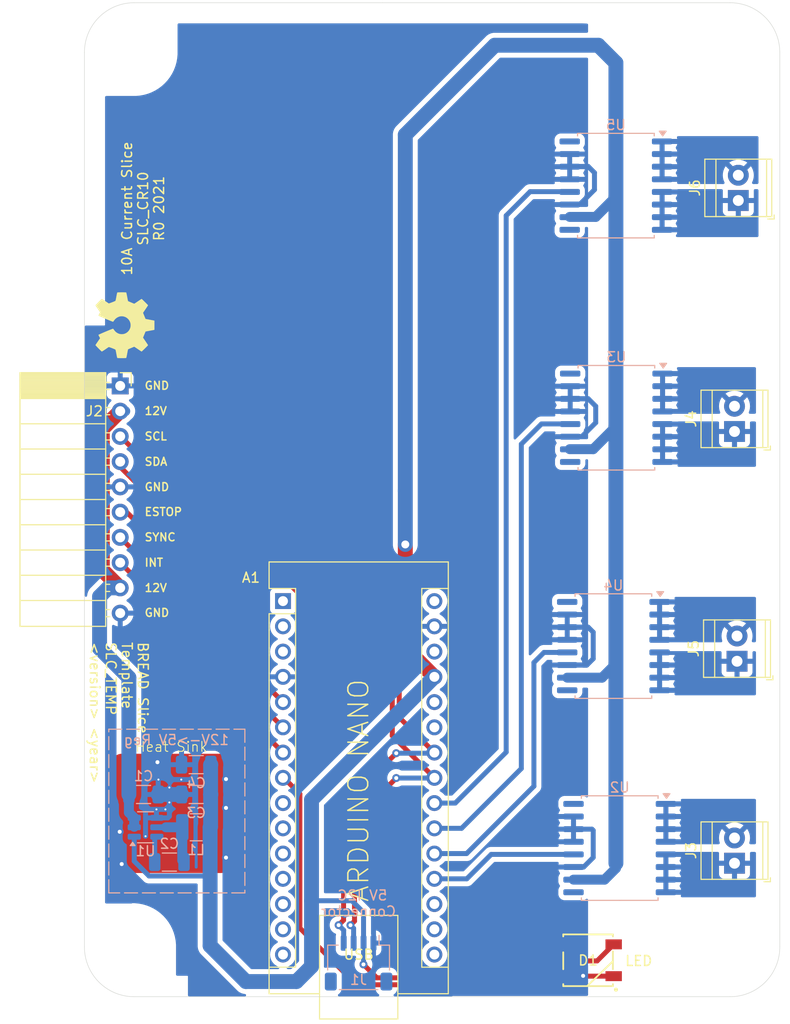
<source format=kicad_pcb>
(kicad_pcb (version 20240108) (generator "pcbnew") (generator_version "8.0")
  (layers (0 "F.Cu" signal) (31 "B.Cu" signal) (34 "B.Paste" user) (35 "F.Paste" user) (36 "B.SilkS" user "B.Silkscreen") (37 "F.SilkS" user "F.Silkscreen") (38 "B.Mask" user) (39 "F.Mask" user) (44 "Edge.Cuts" user))
  (net 0 "")
  (net 3 "GND")
  (net 5 "+5V")
  (net 6 "/LED")
  (net 7 "/I2C_CLK")
  (net 9 "/I2C_DAT")
  (net 11 "/SYNC")
  (net 13 "/E_STOP")
  (net 15 "/CURR1")
  (net 16 "/CURR2")
  (net 20 "+12V")
  (net 21 "/INT")
  (net 26 "unconnected-(A1-D12-Pad15)")
  (net 28 "/CURR3")
  (net 29 "/CURR4")
  (net 30 "Net-(U1-SW)")
  (net 31 "Net-(U1-BST)")
  (net 32 "unconnected-(A1-VIN-Pad30)")
  (net 34 "Net-(J3-Pin_2)")
  (net 35 "Net-(J3-Pin_1)")
  (net 36 "Net-(J4-Pin_1)")
  (net 37 "Net-(J4-Pin_2)")
  (net 38 "Net-(J5-Pin_2)")
  (net 39 "Net-(J5-Pin_1)")
  (net 40 "Net-(J6-Pin_1)")
  (net 41 "Net-(J6-Pin_2)")
  (footprint "MountingHole:MountingHole_5mm" (layer "F.Cu") (at 127.6 44.8)
    (property "Reference" "H1" (hide yes))
    (property "Value" "MountingHole")
    (pad "" np_thru_hole circle (at 0 0) (size 5 5) (drill 5) (layers "*.Cu" "*.Mask"))
  )
  (footprint "MountingHole:MountingHole_5mm" (layer "F.Cu") (at 187.6 44.8)
    (property "Reference" "H3" (hide yes))
    (property "Value" "MountingHole")
    (pad "" np_thru_hole circle (at 0 0) (size 5 5) (drill 5) (layers "*.Cu" "*.Mask"))
  )
  (footprint "MountingHole:MountingHole_5mm" (layer "F.Cu") (at 127.6 134.8)
    (property "Reference" "H2" (hide yes))
    (property "Value" "MountingHole")
    (pad "" np_thru_hole circle (at 0 0) (size 5 5) (drill 5) (layers "*.Cu" "*.Mask"))
  )
  (footprint "MountingHole:MountingHole_5mm" (layer "F.Cu") (at 187.6 134.8)
    (property "Reference" "H4" (hide yes))
    (property "Value" "MountingHole")
    (pad "" np_thru_hole circle (at 0 0) (size 5 5) (drill 5) (layers "*.Cu" "*.Mask"))
  )
  (footprint "Module:Arduino_Nano" (layer "F.Cu") (at 142.588 100)
    (property "Reference" "A1" (at -3.224 -2.364 0) (layer "F.SilkS"))
    (property "Value" "Arduino_Nano_v3.x")
    (fp_text user "USB" (at 7.62 35.56 0) (layer "F.SilkS"))
    (pad "1" thru_hole rect (at 0 0) (size 1.6 1.6) (drill 1) (layers "*.Cu" "*.Mask"))
    (pad "2" thru_hole oval (at 0 2.54) (size 1.6 1.6) (drill 1) (layers "*.Cu" "*.Mask"))
    (pad "3" thru_hole oval (at 0 5.08) (size 1.6 1.6) (drill 1) (layers "*.Cu" "*.Mask"))
    (pad "4" thru_hole oval (at 0 7.62) (size 1.6 1.6) (drill 1) (layers "*.Cu" "*.Mask") (net 3 "GND"))
    (pad "5" thru_hole oval (at 0 10.16) (size 1.6 1.6) (drill 1) (layers "*.Cu" "*.Mask") (net 13 "/E_STOP"))
    (pad "6" thru_hole oval (at 0 12.7) (size 1.6 1.6) (drill 1) (layers "*.Cu" "*.Mask") (net 21 "/INT"))
    (pad "7" thru_hole oval (at 0 15.24) (size 1.6 1.6) (drill 1) (layers "*.Cu" "*.Mask") (net 11 "/SYNC"))
    (pad "8" thru_hole oval (at 0 17.78) (size 1.6 1.6) (drill 1) (layers "*.Cu" "*.Mask") (net 6 "/LED"))
    (pad "9" thru_hole oval (at 0 20.32) (size 1.6 1.6) (drill 1) (layers "*.Cu" "*.Mask"))
    (pad "10" thru_hole oval (at 0 22.86) (size 1.6 1.6) (drill 1) (layers "*.Cu" "*.Mask"))
    (pad "11" thru_hole oval (at 0 25.4) (size 1.6 1.6) (drill 1) (layers "*.Cu" "*.Mask"))
    (pad "12" thru_hole oval (at 0 27.94) (size 1.6 1.6) (drill 1) (layers "*.Cu" "*.Mask"))
    (pad "13" thru_hole oval (at 0 30.48) (size 1.6 1.6) (drill 1) (layers "*.Cu" "*.Mask"))
    (pad "14" thru_hole oval (at 0 33.02) (size 1.6 1.6) (drill 1) (layers "*.Cu" "*.Mask"))
    (pad "15" thru_hole oval (at 0 35.56) (size 1.6 1.6) (drill 1) (layers "*.Cu" "*.Mask") (net 26 "unconnected-(A1-D12-Pad15)"))
    (pad "16" thru_hole oval (at 15.24 35.56) (size 1.6 1.6) (drill 1) (layers "*.Cu" "*.Mask"))
    (pad "17" thru_hole oval (at 15.24 33.02) (size 1.6 1.6) (drill 1) (layers "*.Cu" "*.Mask"))
    (pad "18" thru_hole oval (at 15.24 30.48) (size 1.6 1.6) (drill 1) (layers "*.Cu" "*.Mask"))
    (pad "19" thru_hole oval (at 15.24 27.94) (size 1.6 1.6) (drill 1) (layers "*.Cu" "*.Mask") (net 15 "/CURR1"))
    (pad "20" thru_hole oval (at 15.24 25.4) (size 1.6 1.6) (drill 1) (layers "*.Cu" "*.Mask") (net 16 "/CURR2"))
    (pad "21" thru_hole oval (at 15.24 22.86) (size 1.6 1.6) (drill 1) (layers "*.Cu" "*.Mask") (net 28 "/CURR3"))
    (pad "22" thru_hole oval (at 15.24 20.32) (size 1.6 1.6) (drill 1) (layers "*.Cu" "*.Mask") (net 29 "/CURR4"))
    (pad "23" thru_hole oval (at 15.24 17.78) (size 1.6 1.6) (drill 1) (layers "*.Cu" "*.Mask") (net 9 "/I2C_DAT"))
    (pad "24" thru_hole oval (at 15.24 15.24) (size 1.6 1.6) (drill 1) (layers "*.Cu" "*.Mask") (net 7 "/I2C_CLK"))
    (pad "25" thru_hole oval (at 15.24 12.7) (size 1.6 1.6) (drill 1) (layers "*.Cu" "*.Mask"))
    (pad "26" thru_hole oval (at 15.24 10.16) (size 1.6 1.6) (drill 1) (layers "*.Cu" "*.Mask"))
    (pad "27" thru_hole oval (at 15.24 7.62) (size 1.6 1.6) (drill 1) (layers "*.Cu" "*.Mask") (net 5 "+5V"))
    (pad "28" thru_hole oval (at 15.24 5.08) (size 1.6 1.6) (drill 1) (layers "*.Cu" "*.Mask"))
    (pad "29" thru_hole oval (at 15.24 2.54) (size 1.6 1.6) (drill 1) (layers "*.Cu" "*.Mask") (net 3 "GND"))
    (pad "30" thru_hole oval (at 15.24 0) (size 1.6 1.6) (drill 1) (layers "*.Cu" "*.Mask") (net 32 "unconnected-(A1-VIN-Pad30)"))
  )
  (footprint "Connector_PinSocket_2.54mm:PinSocket_1x10_P2.54mm_Horizontal" (layer "F.Cu") (at 126.2 78.35)
    (property "Reference" "J2" (at -2.6 2.55 0) (layer "F.SilkS"))
    (property "Value" "Conn_01x10_Female")
    (pad "1" thru_hole rect (at 0 0) (size 1.7 1.7) (drill 1) (layers "*.Cu" "*.Mask") (net 3 "GND"))
    (pad "2" thru_hole oval (at 0 2.54) (size 1.7 1.7) (drill 1) (layers "*.Cu" "*.Mask") (net 20 "+12V"))
    (pad "3" thru_hole oval (at 0 5.08) (size 1.7 1.7) (drill 1) (layers "*.Cu" "*.Mask") (net 7 "/I2C_CLK"))
    (pad "4" thru_hole oval (at 0 7.62) (size 1.7 1.7) (drill 1) (layers "*.Cu" "*.Mask") (net 9 "/I2C_DAT"))
    (pad "5" thru_hole oval (at 0 10.16) (size 1.7 1.7) (drill 1) (layers "*.Cu" "*.Mask") (net 3 "GND"))
    (pad "6" thru_hole oval (at 0 12.7) (size 1.7 1.7) (drill 1) (layers "*.Cu" "*.Mask") (net 13 "/E_STOP"))
    (pad "7" thru_hole oval (at 0 15.24) (size 1.7 1.7) (drill 1) (layers "*.Cu" "*.Mask") (net 21 "/INT"))
    (pad "8" thru_hole oval (at 0 17.78) (size 1.7 1.7) (drill 1) (layers "*.Cu" "*.Mask") (net 11 "/SYNC"))
    (pad "9" thru_hole oval (at 0 20.32) (size 1.7 1.7) (drill 1) (layers "*.Cu" "*.Mask") (net 20 "+12V"))
    (pad "10" thru_hole oval (at 0 22.86) (size 1.7 1.7) (drill 1) (layers "*.Cu" "*.Mask") (net 3 "GND"))
  )
  (footprint "Symbol:OSHW-Symbol_6.7x6mm_SilkScreen" (layer "F.Cu") (at 126.664 72.236 -90)
    (property "Reference" "Logo1" (hide yes))
    (property "Value" "Logo_Open_Hardware_Small" (hide yes))
  )
  (footprint "KML-Custom:Thermal Pad" (layer "F.Cu") (at 131.35 121.355)
    (property "Reference" "HS1")
    (property "Value" "Heatsink_Pad")
    (fp_text user "Heat Sink" (at 0 -6.7 0) (layer "F.SilkS") (effects (font (thickness 0.1))))
    (pad "1" smd roundrect (at 0 0) (size 12 12) (layers "F.Cu" "F.Paste" "F.Mask") (roundrect_rratio 0.08333333333) (net 3 "GND"))
  )
  (footprint "TerminalBlock_TE-Connectivity:TerminalBlock_TE_282834-2_1x02_P2.54mm_Horizontal" (layer "F.Cu") (at 188.041 82.937 90)
    (property "Reference" "J4" (at 1.27 -4.37 270) (layer "F.SilkS"))
    (property "Value" "Screw_Terminal_01x02")
    (pad "1" thru_hole rect (at 0 0 90) (size 2.1 2.1) (drill 1.1) (layers "*.Cu" "*.Mask") (net 36 "Net-(J4-Pin_1)"))
    (pad "2" thru_hole circle (at 2.54 0 90) (size 2.1 2.1) (drill 1.1) (layers "*.Cu" "*.Mask") (net 37 "Net-(J4-Pin_2)"))
  )
  (footprint "TerminalBlock_TE-Connectivity:TerminalBlock_TE_282834-2_1x02_P2.54mm_Horizontal" (layer "F.Cu") (at 188.295 106.051 90)
    (property "Reference" "J5" (at 1.27 -4.37 270) (layer "F.SilkS"))
    (property "Value" "Screw_Terminal_01x02")
    (pad "1" thru_hole rect (at 0 0 90) (size 2.1 2.1) (drill 1.1) (layers "*.Cu" "*.Mask") (net 39 "Net-(J5-Pin_1)"))
    (pad "2" thru_hole circle (at 2.54 0 90) (size 2.1 2.1) (drill 1.1) (layers "*.Cu" "*.Mask") (net 38 "Net-(J5-Pin_2)"))
  )
  (footprint "SparkFun-LED:WS2812-5050-4PIN" (layer "F.Cu") (at 173.3 136.132769)
    (property "Reference" "D1" (at 0 0.6 0) (layer "F.SilkS") (effects (justify bottom)))
    (property "Value" "WS2812B_5050")
    (pad "1" smd rect (at -2.577 -1.6) (size 1.651 1) (layers "F.Cu" "F.Paste" "F.Mask") (net 5 "+5V"))
    (pad "2" smd rect (at -2.577 1.6) (size 1.651 1) (layers "F.Cu" "F.Paste" "F.Mask"))
    (pad "3" smd rect (at 2.577 1.6) (size 1.651 1) (layers "F.Cu" "F.Paste" "F.Mask") (net 3 "GND"))
    (pad "4" smd rect (at 2.577 -1.6) (size 1.651 1) (layers "F.Cu" "F.Paste" "F.Mask") (net 6 "/LED"))
  )
  (footprint "TerminalBlock_TE-Connectivity:TerminalBlock_TE_282834-2_1x02_P2.54mm_Horizontal" (layer "F.Cu") (at 188.422 59.696 90)
    (property "Reference" "J6" (at 1.27 -4.37 270) (layer "F.SilkS"))
    (property "Value" "Screw_Terminal_01x02")
    (pad "1" thru_hole rect (at 0 0 90) (size 2.1 2.1) (drill 1.1) (layers "*.Cu" "*.Mask") (net 40 "Net-(J6-Pin_1)"))
    (pad "2" thru_hole circle (at 2.54 0 90) (size 2.1 2.1) (drill 1.1) (layers "*.Cu" "*.Mask") (net 41 "Net-(J6-Pin_2)"))
  )
  (footprint "TerminalBlock_TE-Connectivity:TerminalBlock_TE_282834-2_1x02_P2.54mm_Horizontal" (layer "F.Cu") (at 188.041 126.371 90)
    (property "Reference" "J3" (at 1.27 -4.37 270) (layer "F.SilkS"))
    (property "Value" "Screw_Terminal_01x02")
    (pad "1" thru_hole rect (at 0 0 90) (size 2.1 2.1) (drill 1.1) (layers "*.Cu" "*.Mask") (net 35 "Net-(J3-Pin_1)"))
    (pad "2" thru_hole circle (at 2.54 0 90) (size 2.1 2.1) (drill 1.1) (layers "*.Cu" "*.Mask") (net 34 "Net-(J3-Pin_2)"))
  )
  (footprint "Connector_JST:JST_SH_SM04B-SRSS-TB_1x04-1MP_P1.00mm_Horizontal" (layer "B.Cu") (at 150.198 136.4 180)
    (property "Reference" "J1" (at 0.01 -1.7 0) (layer "B.SilkS") (effects (justify mirror)))
    (property "Value" "I2C_01x04")
    (pad "1" smd roundrect (at -1.5 2 180) (size 0.6 1.55) (layers "B.Cu" "B.Paste" "B.Mask") (net 3 "GND"))
    (pad "2" smd roundrect (at -0.5 2 180) (size 0.6 1.55) (layers "B.Cu" "B.Paste" "B.Mask") (net 5 "+5V"))
    (pad "3" smd roundrect (at 0.5 2 180) (size 0.6 1.55) (layers "B.Cu" "B.Paste" "B.Mask") (net 9 "/I2C_DAT"))
    (pad "4" smd roundrect (at 1.5 2 180) (size 0.6 1.55) (layers "B.Cu" "B.Paste" "B.Mask") (net 7 "/I2C_CLK"))
    (pad "MP" smd roundrect (at -2.8 -1.875 180) (size 1.2 1.8) (layers "B.Cu" "B.Paste" "B.Mask") (roundrect_rratio 0.2083333333))
    (pad "MP" smd roundrect (at 2.8 -1.875 180) (size 1.2 1.8) (layers "B.Cu" "B.Paste" "B.Mask") (roundrect_rratio 0.2083333333))
  )
  (footprint "Package_SO:SOIC-16W_7.5x10.3mm_P1.27mm" (layer "B.Cu") (at 175.849 104.527 180)
    (property "Reference" "U4" (at 0 6.1 180) (layer "B.SilkS") (effects (justify mirror)))
    (property "Value" "ACS723xMATR-10AB")
    (pad "1" smd roundrect (at -4.65 4.445 180) (size 2.05 0.6) (layers "B.Cu" "B.Paste" "B.Mask") (net 38 "Net-(J5-Pin_2)"))
    (pad "2" smd roundrect (at -4.65 3.175 180) (size 2.05 0.6) (layers "B.Cu" "B.Paste" "B.Mask") (net 38 "Net-(J5-Pin_2)"))
    (pad "3" smd roundrect (at -4.65 1.905 180) (size 2.05 0.6) (layers "B.Cu" "B.Paste" "B.Mask") (net 38 "Net-(J5-Pin_2)"))
    (pad "4" smd roundrect (at -4.65 0.635 180) (size 2.05 0.6) (layers "B.Cu" "B.Paste" "B.Mask") (net 38 "Net-(J5-Pin_2)"))
    (pad "5" smd roundrect (at -4.65 -0.635 180) (size 2.05 0.6) (layers "B.Cu" "B.Paste" "B.Mask") (net 39 "Net-(J5-Pin_1)"))
    (pad "6" smd roundrect (at -4.65 -1.905 180) (size 2.05 0.6) (layers "B.Cu" "B.Paste" "B.Mask") (net 39 "Net-(J5-Pin_1)"))
    (pad "7" smd roundrect (at -4.65 -3.175 180) (size 2.05 0.6) (layers "B.Cu" "B.Paste" "B.Mask") (net 39 "Net-(J5-Pin_1)"))
    (pad "8" smd roundrect (at -4.65 -4.445 180) (size 2.05 0.6) (layers "B.Cu" "B.Paste" "B.Mask") (net 39 "Net-(J5-Pin_1)"))
    (pad "9" smd roundrect (at 4.65 -4.445 180) (size 2.05 0.6) (layers "B.Cu" "B.Paste" "B.Mask"))
    (pad "10" smd roundrect (at 4.65 -3.175 180) (size 2.05 0.6) (layers "B.Cu" "B.Paste" "B.Mask") (net 5 "+5V"))
    (pad "11" smd roundrect (at 4.65 -1.905 180) (size 2.05 0.6) (layers "B.Cu" "B.Paste" "B.Mask") (net 3 "GND"))
    (pad "12" smd roundrect (at 4.65 -0.635 180) (size 2.05 0.6) (layers "B.Cu" "B.Paste" "B.Mask") (net 16 "/CURR2"))
    (pad "13" smd roundrect (at 4.65 0.635 180) (size 2.05 0.6) (layers "B.Cu" "B.Paste" "B.Mask") (net 3 "GND"))
    (pad "14" smd roundrect (at 4.65 1.905 180) (size 2.05 0.6) (layers "B.Cu" "B.Paste" "B.Mask") (net 3 "GND"))
    (pad "15" smd roundrect (at 4.65 3.175 180) (size 2.05 0.6) (layers "B.Cu" "B.Paste" "B.Mask") (net 3 "GND"))
    (pad "16" smd roundrect (at 4.65 4.445 180) (size 2.05 0.6) (layers "B.Cu" "B.Paste" "B.Mask"))
  )
  (footprint "Capacitor_SMD:C_1206_3216Metric" (layer "B.Cu") (at 128.55 119.455 180)
    (property "Reference" "C1" (at 0 1.85 180) (layer "B.SilkS") (effects (justify mirror)))
    (property "Value" "22uF")
    (pad "1" smd roundrect (at -1.475 0 180) (size 1.15 1.8) (layers "B.Cu" "B.Paste" "B.Mask") (roundrect_rratio 0.217391) (net 3 "GND"))
    (pad "2" smd roundrect (at 1.475 0 180) (size 1.15 1.8) (layers "B.Cu" "B.Paste" "B.Mask") (roundrect_rratio 0.217391) (net 20 "+12V"))
  )
  (footprint "Package_SO:SOIC-16W_7.5x10.3mm_P1.27mm" (layer "B.Cu") (at 176.1 58.2 180)
    (property "Reference" "U5" (at 0 6.1 180) (layer "B.SilkS") (effects (justify mirror)))
    (property "Value" "ACS723xMATR-10AB")
    (pad "1" smd roundrect (at -4.65 4.445 180) (size 2.05 0.6) (layers "B.Cu" "B.Paste" "B.Mask") (net 41 "Net-(J6-Pin_2)"))
    (pad "2" smd roundrect (at -4.65 3.175 180) (size 2.05 0.6) (layers "B.Cu" "B.Paste" "B.Mask") (net 41 "Net-(J6-Pin_2)"))
    (pad "3" smd roundrect (at -4.65 1.905 180) (size 2.05 0.6) (layers "B.Cu" "B.Paste" "B.Mask") (net 41 "Net-(J6-Pin_2)"))
    (pad "4" smd roundrect (at -4.65 0.635 180) (size 2.05 0.6) (layers "B.Cu" "B.Paste" "B.Mask") (net 41 "Net-(J6-Pin_2)"))
    (pad "5" smd roundrect (at -4.65 -0.635 180) (size 2.05 0.6) (layers "B.Cu" "B.Paste" "B.Mask") (net 40 "Net-(J6-Pin_1)"))
    (pad "6" smd roundrect (at -4.65 -1.905 180) (size 2.05 0.6) (layers "B.Cu" "B.Paste" "B.Mask") (net 40 "Net-(J6-Pin_1)"))
    (pad "7" smd roundrect (at -4.65 -3.175 180) (size 2.05 0.6) (layers "B.Cu" "B.Paste" "B.Mask") (net 40 "Net-(J6-Pin_1)"))
    (pad "8" smd roundrect (at -4.65 -4.445 180) (size 2.05 0.6) (layers "B.Cu" "B.Paste" "B.Mask") (net 40 "Net-(J6-Pin_1)"))
    (pad "9" smd roundrect (at 4.65 -4.445 180) (size 2.05 0.6) (layers "B.Cu" "B.Paste" "B.Mask"))
    (pad "10" smd roundrect (at 4.65 -3.175 180) (size 2.05 0.6) (layers "B.Cu" "B.Paste" "B.Mask") (net 5 "+5V"))
    (pad "11" smd roundrect (at 4.65 -1.905 180) (size 2.05 0.6) (layers "B.Cu" "B.Paste" "B.Mask") (net 3 "GND"))
    (pad "12" smd roundrect (at 4.65 -0.635 180) (size 2.05 0.6) (layers "B.Cu" "B.Paste" "B.Mask") (net 29 "/CURR4"))
    (pad "13" smd roundrect (at 4.65 0.635 180) (size 2.05 0.6) (layers "B.Cu" "B.Paste" "B.Mask") (net 3 "GND"))
    (pad "14" smd roundrect (at 4.65 1.905 180) (size 2.05 0.6) (layers "B.Cu" "B.Paste" "B.Mask") (net 3 "GND"))
    (pad "15" smd roundrect (at 4.65 3.175 180) (size 2.05 0.6) (layers "B.Cu" "B.Paste" "B.Mask") (net 3 "GND"))
    (pad "16" smd roundrect (at 4.65 4.445 180) (size 2.05 0.6) (layers "B.Cu" "B.Paste" "B.Mask"))
  )
  (footprint "Package_TO_SOT_SMD:TSOT-23-6" (layer "B.Cu") (at 128.75 122.755)
    (property "Reference" "U1" (at 0 2.4 0) (layer "B.SilkS") (effects (justify mirror)))
    (property "Value" "~")
    (pad "1" smd roundrect (at -1.1375 0.95) (size 1.325 0.6) (layers "B.Cu" "B.Paste" "B.Mask") (net 5 "+5V"))
    (pad "2" smd roundrect (at -1.1375 0) (size 1.325 0.6) (layers "B.Cu" "B.Paste" "B.Mask") (net 20 "+12V"))
    (pad "3" smd roundrect (at -1.1375 -0.95) (size 1.325 0.6) (layers "B.Cu" "B.Paste" "B.Mask") (net 20 "+12V"))
    (pad "4" smd roundrect (at 1.1375 -0.95) (size 1.325 0.6) (layers "B.Cu" "B.Paste" "B.Mask") (net 3 "GND"))
    (pad "5" smd roundrect (at 1.1375 0) (size 1.325 0.6) (layers "B.Cu" "B.Paste" "B.Mask") (net 30 "Net-(U1-SW)"))
    (pad "6" smd roundrect (at 1.1375 0.95) (size 1.325 0.6) (layers "B.Cu" "B.Paste" "B.Mask") (net 31 "Net-(U1-BST)"))
  )
  (footprint "Capacitor_SMD:C_1206_3216Metric" (layer "B.Cu") (at 131.15 126.255 180)
    (property "Reference" "C2" (at 0 1.85 180) (layer "B.SilkS") (effects (justify mirror)))
    (property "Value" "100nF")
    (pad "1" smd roundrect (at -1.475 0 180) (size 1.15 1.8) (layers "B.Cu" "B.Paste" "B.Mask") (roundrect_rratio 0.217391) (net 30 "Net-(U1-SW)"))
    (pad "2" smd roundrect (at 1.475 0 180) (size 1.15 1.8) (layers "B.Cu" "B.Paste" "B.Mask") (roundrect_rratio 0.217391) (net 31 "Net-(U1-BST)"))
  )
  (footprint "Capacitor_SMD:C_1206_3216Metric" (layer "B.Cu") (at 133.85 119.455)
    (property "Reference" "C3" (at 0 1.85 0) (layer "B.SilkS") (effects (justify mirror)))
    (property "Value" "22uF")
    (pad "1" smd roundrect (at -1.475 0) (size 1.15 1.8) (layers "B.Cu" "B.Paste" "B.Mask") (roundrect_rratio 0.217391) (net 3 "GND"))
    (pad "2" smd roundrect (at 1.475 0) (size 1.15 1.8) (layers "B.Cu" "B.Paste" "B.Mask") (roundrect_rratio 0.217391) (net 5 "+5V"))
  )
  (footprint "Package_SO:SOIC-16W_7.5x10.3mm_P1.27mm" (layer "B.Cu") (at 176.15 81.555 180)
    (property "Reference" "U3" (at 0 6.1 180) (layer "B.SilkS") (effects (justify mirror)))
    (property "Value" "ACS723xMATR-10AB")
    (pad "1" smd roundrect (at -4.65 4.445 180) (size 2.05 0.6) (layers "B.Cu" "B.Paste" "B.Mask") (net 37 "Net-(J4-Pin_2)"))
    (pad "2" smd roundrect (at -4.65 3.175 180) (size 2.05 0.6) (layers "B.Cu" "B.Paste" "B.Mask") (net 37 "Net-(J4-Pin_2)"))
    (pad "3" smd roundrect (at -4.65 1.905 180) (size 2.05 0.6) (layers "B.Cu" "B.Paste" "B.Mask") (net 37 "Net-(J4-Pin_2)"))
    (pad "4" smd roundrect (at -4.65 0.635 180) (size 2.05 0.6) (layers "B.Cu" "B.Paste" "B.Mask") (net 37 "Net-(J4-Pin_2)"))
    (pad "5" smd roundrect (at -4.65 -0.635 180) (size 2.05 0.6) (layers "B.Cu" "B.Paste" "B.Mask") (net 36 "Net-(J4-Pin_1)"))
    (pad "6" smd roundrect (at -4.65 -1.905 180) (size 2.05 0.6) (layers "B.Cu" "B.Paste" "B.Mask") (net 36 "Net-(J4-Pin_1)"))
    (pad "7" smd roundrect (at -4.65 -3.175 180) (size 2.05 0.6) (layers "B.Cu" "B.Paste" "B.Mask") (net 36 "Net-(J4-Pin_1)"))
    (pad "8" smd roundrect (at -4.65 -4.445 180) (size 2.05 0.6) (layers "B.Cu" "B.Paste" "B.Mask") (net 36 "Net-(J4-Pin_1)"))
    (pad "9" smd roundrect (at 4.65 -4.445 180) (size 2.05 0.6) (layers "B.Cu" "B.Paste" "B.Mask"))
    (pad "10" smd roundrect (at 4.65 -3.175 180) (size 2.05 0.6) (layers "B.Cu" "B.Paste" "B.Mask") (net 5 "+5V"))
    (pad "11" smd roundrect (at 4.65 -1.905 180) (size 2.05 0.6) (layers "B.Cu" "B.Paste" "B.Mask") (net 3 "GND"))
    (pad "12" smd roundrect (at 4.65 -0.635 180) (size 2.05 0.6) (layers "B.Cu" "B.Paste" "B.Mask") (net 28 "/CURR3"))
    (pad "13" smd roundrect (at 4.65 0.635 180) (size 2.05 0.6) (layers "B.Cu" "B.Paste" "B.Mask") (net 3 "GND"))
    (pad "14" smd roundrect (at 4.65 1.905 180) (size 2.05 0.6) (layers "B.Cu" "B.Paste" "B.Mask") (net 3 "GND"))
    (pad "15" smd roundrect (at 4.65 3.175 180) (size 2.05 0.6) (layers "B.Cu" "B.Paste" "B.Mask") (net 3 "GND"))
    (pad "16" smd roundrect (at 4.65 4.445 180) (size 2.05 0.6) (layers "B.Cu" "B.Paste" "B.Mask"))
  )
  (footprint "Capacitor_SMD:C_1206_3216Metric" (layer "B.Cu") (at 133.85 116.455)
    (property "Reference" "C4" (at 0 1.85 0) (layer "B.SilkS") (effects (justify mirror)))
    (property "Value" "22uF")
    (pad "1" smd roundrect (at -1.475 0) (size 1.15 1.8) (layers "B.Cu" "B.Paste" "B.Mask") (roundrect_rratio 0.217391) (net 3 "GND"))
    (pad "2" smd roundrect (at 1.475 0) (size 1.15 1.8) (layers "B.Cu" "B.Paste" "B.Mask") (roundrect_rratio 0.217391) (net 5 "+5V"))
  )
  (footprint "Package_SO:SOIC-16W_7.5x10.3mm_P1.27mm" (layer "B.Cu") (at 176.484 124.847 180)
    (property "Reference" "U2" (at 0 6.1 180) (layer "B.SilkS") (effects (justify mirror)))
    (property "Value" "ACS723xMATR-10AB")
    (pad "1" smd roundrect (at -4.65 4.445 180) (size 2.05 0.6) (layers "B.Cu" "B.Paste" "B.Mask") (net 34 "Net-(J3-Pin_2)"))
    (pad "2" smd roundrect (at -4.65 3.175 180) (size 2.05 0.6) (layers "B.Cu" "B.Paste" "B.Mask") (net 34 "Net-(J3-Pin_2)"))
    (pad "3" smd roundrect (at -4.65 1.905 180) (size 2.05 0.6) (layers "B.Cu" "B.Paste" "B.Mask") (net 34 "Net-(J3-Pin_2)"))
    (pad "4" smd roundrect (at -4.65 0.635 180) (size 2.05 0.6) (layers "B.Cu" "B.Paste" "B.Mask") (net 34 "Net-(J3-Pin_2)"))
    (pad "5" smd roundrect (at -4.65 -0.635 180) (size 2.05 0.6) (layers "B.Cu" "B.Paste" "B.Mask") (net 35 "Net-(J3-Pin_1)"))
    (pad "6" smd roundrect (at -4.65 -1.905 180) (size 2.05 0.6) (layers "B.Cu" "B.Paste" "B.Mask") (net 35 "Net-(J3-Pin_1)"))
    (pad "7" smd roundrect (at -4.65 -3.175 180) (size 2.05 0.6) (layers "B.Cu" "B.Paste" "B.Mask") (net 35 "Net-(J3-Pin_1)"))
    (pad "8" smd roundrect (at -4.65 -4.445 180) (size 2.05 0.6) (layers "B.Cu" "B.Paste" "B.Mask") (net 35 "Net-(J3-Pin_1)"))
    (pad "9" smd roundrect (at 4.65 -4.445 180) (size 2.05 0.6) (layers "B.Cu" "B.Paste" "B.Mask"))
    (pad "10" smd roundrect (at 4.65 -3.175 180) (size 2.05 0.6) (layers "B.Cu" "B.Paste" "B.Mask") (net 5 "+5V"))
    (pad "11" smd roundrect (at 4.65 -1.905 180) (size 2.05 0.6) (layers "B.Cu" "B.Paste" "B.Mask") (net 3 "GND"))
    (pad "12" smd roundrect (at 4.65 -0.635 180) (size 2.05 0.6) (layers "B.Cu" "B.Paste" "B.Mask") (net 15 "/CURR1"))
    (pad "13" smd roundrect (at 4.65 0.635 180) (size 2.05 0.6) (layers "B.Cu" "B.Paste" "B.Mask") (net 3 "GND"))
    (pad "14" smd roundrect (at 4.65 1.905 180) (size 2.05 0.6) (layers "B.Cu" "B.Paste" "B.Mask") (net 3 "GND"))
    (pad "15" smd roundrect (at 4.65 3.175 180) (size 2.05 0.6) (layers "B.Cu" "B.Paste" "B.Mask") (net 3 "GND"))
    (pad "16" smd roundrect (at 4.65 4.445 180) (size 2.05 0.6) (layers "B.Cu" "B.Paste" "B.Mask"))
  )
  (footprint "Inductor_SMD:L_1210_3225Metric" (layer "B.Cu") (at 133.85 122.755)
    (property "Reference" "L1" (at 0 2.28 0) (layer "B.SilkS") (effects (justify mirror)))
    (property "Value" "4.7uH")
    (pad "1" smd roundrect (at -1.4 0) (size 1.25 2.65) (layers "B.Cu" "B.Paste" "B.Mask") (roundrect_rratio 0.2) (net 30 "Net-(U1-SW)"))
    (pad "2" smd roundrect (at 1.4 0) (size 1.25 2.65) (layers "B.Cu" "B.Paste" "B.Mask") (roundrect_rratio 0.2) (net 5 "+5V"))
  )
  (gr_rect (start 125.05 112.887) (end 138.75 129.355) (stroke (width 0.12) (type dash)) (fill none) (layer "B.SilkS"))
  (gr_line (start 192.6 44.8) (end 192.6 94.8) (stroke (width 0.05)) (layer "Edge.Cuts"))
  (gr_arc (start 187.6 39.8) (mid 191.135534 41.264466) (end 192.6 44.8) (stroke (width 0.05)) (layer "Edge.Cuts"))
  (gr_arc (start 192.6 134.8) (mid 191.135534 138.335534) (end 187.6 139.8) (stroke (width 0.05)) (layer "Edge.Cuts"))
  (gr_line (start 152.6 39.8) (end 187.6 39.8) (stroke (width 0.05)) (layer "Edge.Cuts"))
  (gr_arc (start 122.6 44.8) (mid 124.064466 41.264466) (end 127.6 39.8) (stroke (width 0.05)) (layer "Edge.Cuts"))
  (gr_line (start 192.6 94.8) (end 192.6 134.8) (stroke (width 0.05)) (layer "Edge.Cuts"))
  (gr_line (start 122.6 134.8) (end 122.6 44.8) (stroke (width 0.05)) (layer "Edge.Cuts"))
  (gr_line (start 127.6 39.8) (end 152.6 39.8) (stroke (width 0.05)) (layer "Edge.Cuts"))
  (gr_arc (start 127.6 139.8) (mid 124.064466 138.335534) (end 122.6 134.8) (stroke (width 0.05)) (layer "Edge.Cuts"))
  (gr_line (start 160.188 139.8) (end 187.6 139.8) (stroke (width 0.05)) (layer "Edge.Cuts"))
  (gr_line (start 127.6 139.8) (end 160.188 139.8) (stroke (width 0.05)) (layer "Edge.Cuts"))
  (gr_text "12V->5V Reg" (at 131.85 114.555 0) (layer "B.SilkS") (effects (font (size 1 1)) (justify bottom mirror)))
  (gr_text "5V I2C \nConnector" (at 150.198 131.8 0) (layer "B.SilkS") (effects (font (size 1 1)) (justify bottom mirror)))
  (gr_text "GND" (at 129.89619 88.522 0) (layer "F.SilkS") (effects (font (size 0.8 0.8))))
  (gr_text "LED" (at 178.4 136.2 0) (layer "F.SilkS") (effects (font (size 1 1))))
  (gr_text "12V" (at 129.781905 98.672 0) (layer "F.SilkS") (effects (font (size 0.8 0.8))))
  (gr_text "SYNC" (at 130.22 93.572 0) (layer "F.SilkS") (effects (font (size 0.8 0.8))))
  (gr_text "GND" (at 129.89619 101.172 0) (layer "F.SilkS") (effects (font (size 0.8 0.8))))
  (gr_text "BREAD Slice\nTemplate\nSLC_TEMP\n<version> <year>" (at 126.066 104.035 270) (layer "F.SilkS") (effects (font (size 1 1)) (justify left)))
  (gr_text "GND" (at 129.89619 78.322 0) (layer "F.SilkS") (effects (font (size 0.8 0.8))))
  (gr_text "10A Current Slice\nSLC_CR10\nR0 2021" (at 128.5 60.5 90) (layer "F.SilkS") (effects (font (size 1 1))))
  (gr_text "ESTOP" (at 130.543809 91.022 0) (layer "F.SilkS") (effects (font (size 0.8 0.8))))
  (gr_text "INT" (at 129.591428 96.122 0) (layer "F.SilkS") (effects (font (size 0.8 0.8))))
  (gr_text "SDA" (at 129.800952 85.972 0) (layer "F.SilkS") (effects (font (size 0.8 0.8))))
  (gr_text "SCL" (at 129.781905 83.422 0) (layer "F.SilkS") (effects (font (size 0.8 0.8))))
  (gr_text "ARDUINO NANO" (at 150.198 119.05 90) (layer "F.SilkS") (effects (font (size 2 2))))
  (gr_text "12V" (at 129.781905 80.872 0) (layer "F.SilkS") (effects (font (size 0.8 0.8))))
  (segment (start 172.8 137.7) (end 172.832769 137.732769) (width 0.5) (layer "F.Cu") (net 3))
  (segment (start 172.832769 137.732769) (end 175.877 137.732769) (width 0.5) (layer "F.Cu") (net 3))
  (via (at 136.85 117.905) (size 0.8) (drill 0.4) (layers "F.Cu" "B.Cu") (net 3))
  (via (at 126.35 126.455) (size 0.8) (drill 0.4) (layers "F.Cu" "B.Cu") (net 3))
  (via (at 129.85 120.955) (size 0.5) (drill 0.2) (layers "F.Cu" "B.Cu") (net 3))
  (via (at 129.95 116.205) (size 0.8) (drill 0.4) (layers "F.Cu" "B.Cu") (net 3))
  (via (at 131.15 120.255) (size 0.5) (drill 0.2) (layers "F.Cu" "B.Cu") (net 3))
  (via (at 131.15 118.755) (size 0.5) (drill 0.2) (layers "F.Cu" "B.Cu") (net 3))
  (via (at 130.05 117.955) (size 0.5) (drill 0.2) (layers "F.Cu" "B.Cu") (net 3))
  (via (at 172.8 137.7) (size 0.8) (drill 0.4) (layers "F.Cu" "B.Cu") (net 3))
  (via (at 132.35 117.955) (size 0.5) (drill 0.2) (layers "F.Cu" "B.Cu") (net 3))
  (via (at 126.15 123.205) (size 0.8) (drill 0.4) (layers "F.Cu" "B.Cu") (net 3))
  (via (at 136.85 125.805) (size 0.8) (drill 0.4) (layers "F.Cu" "B.Cu") (net 3))
  (via (at 136.85 120.805) (size 0.8) (drill 0.4) (layers "F.Cu" "B.Cu") (net 3))
  (via (at 130.75 120.955) (size 0.5) (drill 0.2) (layers "F.Cu" "B.Cu") (net 3))
  (via (at 128.75 123.655) (size 0.5) (drill 0.2) (layers "F.Cu" "B.Cu") (net 3))
  (segment (start 129.8875 121.805) (end 128.8 121.805) (width 0.5) (layer "B.Cu") (net 3))
  (segment (start 131.55 117.955) (end 133.25 117.955) (width 0.5) (layer "B.Cu") (net 3))
  (segment (start 128.8 121.805) (end 128.75 121.855) (width 0.5) (layer "B.Cu") (net 3))
  (segment (start 132.35 117.955) (end 131.55 117.955) (width 0.5) (layer "B.Cu") (net 3))
  (segment (start 128.95 120.955) (end 128.75 121.155) (width 0.5) (layer "B.Cu") (net 3))
  (segment (start 173.817 125.794) (end 172.859 126.752) (width 0.5) (layer "B.Cu") (net 3))
  (segment (start 131 121.805) (end 131.15 121.655) (width 0.5) (layer "B.Cu") (net 3))
  (segment (start 172.478 60.077) (end 173.944 58.611) (width 0.5) (layer "B.Cu") (net 3))
  (segment (start 129.85 121.7675) (end 129.8875 121.805) (width 0.5) (layer "B.Cu") (net 3))
  (segment (start 129.85 120.955) (end 128.95 120.955) (width 0.5) (layer "B.Cu") (net 3))
  (segment (start 173.817 103.13) (end 173.309 102.622) (width 0.5) (layer "B.Cu") (net 3))
  (segment (start 174.071 82.048) (end 174.071 80.397) (width 0.5) (layer "B.Cu") (net 3))
  (segment (start 173.817 123.069) (end 173.69 122.942) (width 0.5) (layer "B.Cu") (net 3))
  (segment (start 131.15 120.555) (end 130.75 120.955) (width 0.5) (layer "B.Cu") (net 3))
  (segment (start 128.75 121.855) (end 128.75 123.655) (width 0.5) (layer "B.Cu") (net 3))
  (segment (start 131.15 119.455) (end 131.15 120.255) (width 0.5) (layer "B.Cu") (net 3))
  (segment (start 131.15 119.455) (end 131.15 118.755) (width 0.5) (layer "B.Cu") (net 3))
  (segment (start 130.025 119.455) (end 132.375 119.455) (width 1.5) (layer "B.Cu") (net 3))
  (segment (start 173.817 125.794) (end 173.817 123.069) (width 0.5) (layer "B.Cu") (net 3))
  (segment (start 173.309 79.635) (end 171.453 79.635) (width 0.5) (layer "B.Cu") (net 3))
  (segment (start 173.944 58.611) (end 173.944 56.902) (width 0.5) (layer "B.Cu") (net 3))
  (segment (start 172.674 83.445) (end 174.071 82.048) (width 0.5) (layer "B.Cu") (net 3))
  (segment (start 173.944 56.902) (end 173.309 56.267) (width 0.5) (layer "B.Cu") (net 3))
  (segment (start 173.182 106.432) (end 173.817 105.797) (width 0.5) (layer "B.Cu") (net 3))
  (segment (start 171.453 60.077) (end 172.478 60.077) (width 0.5) (layer "B.Cu") (net 3))
  (segment (start 173.309 56.267) (end 171.453 56.267) (width 0.5) (layer "B.Cu") (net 3))
  (segment (start 171.199 106.432) (end 173.182 106.432) (width 0.5) (layer "B.Cu") (net 3))
  (segment (start 130.75 120.955) (end 129.85 120.955) (width 0.5) (layer "B.Cu") (net 3))
  (segment (start 128.75 121.155) (end 128.75 121.855) (width 0.5) (layer "B.Cu") (net 3))
  (segment (start 131.15 121.655) (end 131.15 120.255) (width 0.5) (layer "B.Cu") (net 3))
  (segment (start 172.859 126.752) (end 171.834 126.752) (width 0.5) (layer "B.Cu") (net 3))
  (segment (start 173.309 102.622) (end 171.199 102.622) (width 0.5) (layer "B.Cu") (net 3))
  (segment (start 171.453 83.445) (end 172.674 83.445) (width 0.5) (layer "B.Cu") (net 3))
  (segment (start 131.15 120.255) (end 131.15 120.555) (width 0.5) (layer "B.Cu") (net 3))
  (segment (start 174.071 80.397) (end 173.309 79.635) (width 0.5) (layer "B.Cu") (net 3))
  (segment (start 173.817 105.797) (end 173.817 103.13) (width 0.5) (layer "B.Cu") (net 3))
  (segment (start 129.8875 121.805) (end 131 121.805) (width 0.5) (layer "B.Cu") (net 3))
  (segment (start 129.85 120.955) (end 129.85 121.7675) (width 0.5) (layer "B.Cu") (net 3))
  (segment (start 173.69 122.942) (end 171.834 122.942) (width 0.5) (layer "B.Cu") (net 3))
  (segment (start 152.0375 137.9) (end 150.688 136.5505) (width 0.5) (layer "F.Cu") (net 5))
  (segment (start 170.277281 134.532769) (end 166.91005 137.9) (width 0.5) (layer "F.Cu") (net 5))
  (segment (start 154.9 94.3) (end 154.9 104.692) (width 1.5) (layer "F.Cu") (net 5))
  (segment (start 166.91005 137.9) (end 152.0375 137.9) (width 0.5) (layer "F.Cu") (net 5))
  (segment (start 170.723 134.532769) (end 170.277281 134.532769) (width 0.5) (layer "F.Cu") (net 5))
  (segment (start 154.9 104.692) (end 157.828 107.62) (width 1.5) (layer "F.Cu") (net 5))
  (segment (start 157.808 107.62) (end 157.828 107.62) (width 1.5) (layer "F.Cu") (net 5))
  (via (at 154.9 94.3) (size 1.2) (drill 0.8) (layers "F.Cu" "B.Cu") (net 5))
  (via (at 150.688 136.5505) (size 0.8) (drill 0.4) (layers "F.Cu" "B.Cu") (net 5))
  (segment (start 138.856 138.276) (end 143.936 138.276) (width 1.5) (layer "B.Cu") (net 5))
  (segment (start 174.071 61.347) (end 176.103 59.315) (width 1) (layer "B.Cu") (net 5))
  (segment (start 154.9 88.9) (end 154.9 53.086) (width 1.5) (layer "B.Cu") (net 5))
  (segment (start 176.103 126.371) (end 176.103 126.879) (width 1) (layer "B.Cu") (net 5))
  (segment (start 176.103 45.853) (end 176.103 59.315) (width 1.5) (layer "B.Cu") (net 5))
  (segment (start 145.46 130.148) (end 145.46 119.988) (width 1.5) (layer "B.Cu") (net 5))
  (segment (start 154.9 88.9) (end 154.9 94.3) (width 1.5) (layer "B.Cu") (net 5))
  (segment (start 157.828 107.62) (end 150.698 114.75) (width 1.5) (layer "B.Cu") (net 5))
  (segment (start 174.706 107.702) (end 176.103 106.305) (width 1) (layer "B.Cu") (net 5))
  (segment (start 143.936 138.276) (end 145.46 136.752) (width 1.5) (layer "B.Cu") (net 5))
  (segment (start 163.911 44.075) (end 174.325 44.075) (width 1.5) (layer "B.Cu") (net 5))
  (segment (start 171.199 107.702) (end 174.706 107.702) (width 1) (layer "B.Cu") (net 5))
  (segment (start 176.103 82.429) (end 176.103 106.305) (width 1.5) (layer "B.Cu") (net 5))
  (segment (start 135.25 127.655) (end 129.103122 127.655) (width 0.5) (layer "B.Cu") (net 5))
  (segment (start 135.325 116.455) (end 135.3 116.48) (width 1.5) (layer "B.Cu") (net 5))
  (segment (start 149.524 130.148) (end 145.46 130.148) (width 0.5) (layer "B.Cu") (net 5))
  (segment (start 127.6125 126.164378) (end 127.6125 123.705) (width 0.5) (layer "B.Cu") (net 5))
  (segment (start 135.3 119.48) (end 135.3 122.705) (width 1.5) (layer "B.Cu") (net 5))
  (segment (start 145.46 136.752) (end 145.46 130.148) (width 1.5) (layer "B.Cu") (net 5))
  (segment (start 171.453 61.347) (end 174.071 61.347) (width 1) (layer "B.Cu") (net 5))
  (segment (start 176.103 126.879) (end 174.96 128.022) (width 1) (layer "B.Cu") (net 5))
  (segment (start 176.103 106.305) (end 176.103 126.371) (width 1.5) (layer "B.Cu") (net 5))
  (segment (start 154.9 53.086) (end 163.911 44.075) (width 1.5) (layer "B.Cu") (net 5))
  (segment (start 150.698 134.4) (end 150.698 131.322) (width 0.5) (layer "B.Cu") (net 5))
  (segment (start 135.25 127.655) (end 135.25 134.67) (width 1.5) (layer "B.Cu") (net 5))
  (segment (start 150.698 136.5405) (end 150.698 134.4) (width 0.5) (layer "B.Cu") (net 5))
  (segment (start 135.3 116.48) (end 135.3 119.43) (width 1.5) (layer "B.Cu") (net 5))
  (segment (start 135.25 127.655) (end 135.25 122.755) (width 1.5) (layer "B.Cu") (net 5))
  (segment (start 171.453 84.715) (end 173.817 84.715) (width 1) (layer "B.Cu") (net 5))
  (segment (start 145.46 119.988) (end 150.698 114.75) (width 1.5) (layer "B.Cu") (net 5))
  (segment (start 150.688 136.5505) (end 150.698 136.5405) (width 0.5) (layer "B.Cu") (net 5))
  (segment (start 129.103122 127.655) (end 127.6125 126.164378) (width 0.5) (layer "B.Cu") (net 5))
  (segment (start 135.325 122.68) (end 135.25 122.755) (width 1) (layer "B.Cu") (net 5))
  (segment (start 174.325 44.075) (end 176.103 45.853) (width 1.5) (layer "B.Cu") (net 5))
  (segment (start 158.008 107.8) (end 157.828 107.62) (width 0.5) (layer "B.Cu") (net 5))
  (segment (start 135.325 119.455) (end 135.3 119.48) (width 1.5) (layer "B.Cu") (net 5))
  (segment (start 135.3 122.705) (end 135.25 122.755) (width 1.5) (layer "B.Cu") (net 5))
  (segment (start 135.3 119.43) (end 135.325 119.455) (width 1.5) (layer "B.Cu") (net 5))
  (segment (start 173.817 84.715) (end 176.103 82.429) (width 1) (layer "B.Cu") (net 5))
  (segment (start 174.96 128.022) (end 171.834 128.022) (width 1) (layer "B.Cu") (net 5))
  (segment (start 150.698 131.322) (end 149.524 130.148) (width 0.5) (layer "B.Cu") (net 5))
  (segment (start 135.25 134.67) (end 138.856 138.276) (width 1.5) (layer "B.Cu") (net 5))
  (segment (start 176.103 59.315) (end 176.103 82.429) (width 1.5) (layer "B.Cu") (net 5))
  (segment (start 149.988 138.6) (end 167.2 138.6) (width 0.5) (layer "F.Cu") (net 6))
  (segment (start 142.588 117.78) (end 142.668 117.78) (width 0.5) (layer "F.Cu") (net 6))
  (segment (start 167.2 138.6) (end 169.6 136.2) (width 0.5) (layer "F.Cu") (net 6))
  (segment (start 174.209769 136.2) (end 175.877 134.532769) (width 0.5) (layer "F.Cu") (net 6))
  (segment (start 144.288 119.4) (end 144.288 132.9) (width 0.5) (layer "F.Cu") (net 6))
  (segment (start 169.6 136.2) (end 174.209769 136.2) (width 0.5) (layer "F.Cu") (net 6))
  (segment (start 144.288 132.9) (end 149.988 138.6) (width 0.5) (layer "F.Cu") (net 6))
  (segment (start 142.668 117.78) (end 144.288 119.4) (width 0.5) (layer "F.Cu") (net 6))
  (segment (start 154.288 108.34805) (end 143.33995 97.4) (width 0.5) (layer "F.Cu") (net 7))
  (segment (start 154.288 111.7) (end 154.288 108.34805) (width 0.5) (layer "F.Cu") (net 7))
  (segment (start 126.23 83.43) (end 126.2 83.43) (width 0.5) (layer "F.Cu") (net 7))
  (segment (start 143.33995 97.4) (end 140.2 97.4) (width 0.5) (layer "F.Cu") (net 7))
  (segment (start 140.2 97.4) (end 126.23 83.43) (width 0.5) (layer "F.Cu") (net 7))
  (segment (start 148.188 132.6) (end 148.688 132.1) (width 0.5) (layer "F.Cu") (net 7))
  (segment (start 157.828 115.24) (end 154.288 111.7) (width 0.5) (layer "F.Cu") (net 7))
  (segment (start 148.688 132.1) (end 148.688 120.6) (width 0.5) (layer "F.Cu") (net 7))
  (segment (start 148.688 120.6) (end 153.988 115.3) (width 0.5) (layer "F.Cu") (net 7))
  (via (at 148.188 132.6) (size 0.8) (drill 0.4) (layers "F.Cu" "B.Cu") (net 7))
  (via (at 153.988 115.3) (size 0.8) (drill 0.4) (layers "F.Cu" "B.Cu") (net 7))
  (segment (start 157.768 115.3) (end 157.828 115.24) (width 0.5) (layer "B.Cu") (net 7))
  (segment (start 148.188 132.6) (end 148.698 133.11) (width 0.5) (layer "B.Cu") (net 7))
  (segment (start 148.698 133.11) (end 148.698 134.4) (width 0.5) (layer "B.Cu") (net 7))
  (segment (start 153.988 115.3) (end 157.768 115.3) (width 0.5) (layer "B.Cu") (net 7))
  (segment (start 153.588 113.54) (end 157.828 117.78) (width 0.5) (layer "F.Cu") (net 9))
  (segment (start 153.588 108.638) (end 153.588 113.54) (width 0.5) (layer "F.Cu") (net 9))
  (segment (start 143.05 98.1) (end 153.588 108.638) (width 0.5) (layer "F.Cu") (net 9))
  (segment (start 149.381039 132.604917) (end 149.788 132.197956) (width 0.5) (layer "F.Cu") (net 9))
  (segment (start 126.2 85.97) (end 126.2 86.504) (width 0.5) (layer "F.Cu") (net 9))
  (segment (start 137.796 98.1) (end 143.05 98.1) (width 0.5) (layer "F.Cu") (net 9))
  (segment (start 149.788 132.197956) (end 149.788 122) (width 0.5) (layer "F.Cu") (net 9))
  (segment (start 126.2 86.504) (end 137.796 98.1) (width 0.5) (layer "F.Cu") (net 9))
  (segment (start 149.788 122) (end 153.988 117.8) (width 0.5) (layer "F.Cu") (net 9))
  (via (at 153.988 117.8) (size 0.8) (drill 0.4) (layers "F.Cu" "B.Cu") (net 9))
  (via (at 149.381039 132.604917) (size 0.8) (drill 0.4) (layers "F.Cu" "B.Cu") (net 9))
  (segment (start 157.808 117.8) (end 157.828 117.78) (width 0.5) (layer "B.Cu") (net 9))
  (segment (start 149.381039 132.604917) (end 149.698 132.921878) (width 0.5) (layer "B.Cu") (net 9))
  (segment (start 153.988 117.8) (end 157.808 117.8) (width 0.5) (layer "B.Cu") (net 9))
  (segment (start 149.698 132.921878) (end 149.698 134.4) (width 0.5) (layer "B.Cu") (net 9))
  (segment (start 134.848 107.5) (end 142.588 115.24) (width 0.5) (layer "F.Cu") (net 11))
  (segment (start 131.5001 107.5) (end 134.848 107.5) (width 0.5) (layer "F.Cu") (net 11))
  (segment (start 128.4 104.3999) (end 131.5001 107.5) (width 0.5) (layer "F.Cu") (net 11))
  (segment (start 126.2 96.13) (end 128.4 98.33) (width 0.5) (layer "F.Cu") (net 11))
  (segment (start 128.4 98.33) (end 128.4 104.3999) (width 0.5) (layer "F.Cu") (net 11))
  (segment (start 126.2 91.05) (end 126.85 91.05) (width 0.5) (layer "F.Cu") (net 13))
  (segment (start 132.08 106.1) (end 138.528 106.1) (width 0.5) (layer "F.Cu") (net 13))
  (segment (start 138.528 106.1) (end 142.588 110.16) (width 0.5) (layer "F.Cu") (net 13))
  (segment (start 129.8 94) (end 129.8 103.82) (width 0.5) (layer "F.Cu") (net 13))
  (segment (start 126.85 91.05) (end 129.8 94) (width 0.5) (layer "F.Cu") (net 13))
  (segment (start 129.8 103.82) (end 132.08 106.1) (width 0.5) (layer "F.Cu") (net 13))
  (segment (start 163.548975 125.482) (end 171.834 125.482) (width 0.5) (layer "B.Cu") (net 15))
  (segment (start 157.828 127.94) (end 161.090975 127.94) (width 0.5) (layer "B.Cu") (net 15))
  (segment (start 161.090975 127.94) (end 163.548975 125.482) (width 0.5) (layer "B.Cu") (net 15))
  (segment (start 168.864 105.162) (end 171.199 105.162) (width 0.5) (layer "B.Cu") (net 16))
  (segment (start 167.848 106.178) (end 168.864 105.162) (width 0.5) (layer "B.Cu") (net 16))
  (segment (start 161.072 125.4) (end 167.848 118.624) (width 0.5) (layer "B.Cu") (net 16))
  (segment (start 157.828 125.4) (end 161.072 125.4) (width 0.5) (layer "B.Cu") (net 16))
  (segment (start 167.848 118.624) (end 167.848 106.178) (width 0.5) (layer "B.Cu") (net 16))
  (segment (start 126.194415 80.89) (end 124.4 82.684415) (width 1.5) (layer "F.Cu") (net 20))
  (segment (start 126.2 80.89) (end 126.194415 80.89) (width 1.5) (layer "F.Cu") (net 20))
  (segment (start 124.4 82.684415) (end 124.4 96.875585) (width 1.5) (layer "F.Cu") (net 20))
  (segment (start 126.2 80.89) (end 126.21 80.9) (width 1) (layer "F.Cu") (net 20))
  (segment (start 124.4 96.875585) (end 126.194415 98.67) (width 1.5) (layer "F.Cu") (net 20))
  (segment (start 126.194415 98.67) (end 126.2 98.67) (width 1.5) (layer "F.Cu") (net 20))
  (segment (start 124.124 99.543919) (end 124.124 104.748) (width 1.5) (layer "B.Cu") (net 20))
  (segment (start 124.997919 98.67) (end 124.124 99.543919) (width 1.5) (layer "B.Cu") (net 20))
  (segment (start 126.71 80.89) (end 126.2 80.89) (width 1) (layer "B.Cu") (net 20))
  (segment (start 127.6125 121.805) (end 127.6125 122.705) (width 1) (layer "B.Cu") (net 20))
  (segment (start 126.2 98.67) (end 124.997919 98.67) (width 1.5) (layer "B.Cu") (net 20))
  (segment (start 127.075 121.2675) (end 127.6125 121.805) (width 1) (layer "B.Cu") (net 20))
  (segment (start 127.075 119.455) (end 127.075 121.2675) (width 1) (layer "B.Cu") (net 20))
  (segment (start 124.124 104.748) (end 127.075 107.699) (width 1.5) (layer "B.Cu") (net 20))
  (segment (start 127.075 107.699) (end 127.075 119.455) (width 1.5) (layer "B.Cu") (net 20))
  (segment (start 129.1 96.49) (end 129.1 104.10995) (width 0.5) (layer "F.Cu") (net 21))
  (segment (start 131.79005 106.8) (end 136.688 106.8) (width 0.5) (layer "F.Cu") (net 21))
  (segment (start 126.2 93.59) (end 129.1 96.49) (width 0.5) (layer "F.Cu") (net 21))
  (segment (start 136.688 106.8) (end 142.588 112.7) (width 0.5) (layer "F.Cu") (net 21))
  (segment (start 129.1 104.10995) (end 131.79005 106.8) (width 0.5) (layer "F.Cu") (net 21))
  (segment (start 142.588 135.3799) (end 142.588 135.56) (width 0.5) (layer "B.Cu") (net 26))
  (segment (start 166.578 84.207) (end 168.61 82.175) (width 0.5) (layer "B.Cu") (net 28))
  (segment (start 160.564 122.86) (end 166.578 116.846) (width 0.5) (layer "B.Cu") (net 28))
  (segment (start 157.828 122.86) (end 160.564 122.86) (width 0.5) (layer "B.Cu") (net 28))
  (segment (start 168.61 82.175) (end 171.453 82.175) (width 0.5) (layer "B.Cu") (net 28))
  (segment (start 166.578 116.846) (end 166.578 84.207) (width 0.5) (layer "B.Cu") (net 28))
  (segment (start 165.054 61.22) (end 167.467 58.807) (width 0.5) (layer "B.Cu") (net 29))
  (segment (start 159.929 120.32) (end 165.054 115.195) (width 0.5) (layer "B.Cu") (net 29))
  (segment (start 167.467 58.807) (end 171.453 58.807) (width 0.5) (layer "B.Cu") (net 29))
  (segment (start 157.828 120.32) (end 159.929 120.32) (width 0.5) (layer "B.Cu") (net 29))
  (segment (start 165.054 115.195) (end 165.054 61.22) (width 0.5) (layer "B.Cu") (net 29))
  (segment (start 132.45 126.08) (end 132.625 126.255) (width 1) (layer "B.Cu") (net 30))
  (segment (start 132.45 122.755) (end 130.806238 122.755) (width 1) (layer "B.Cu") (net 30))
  (segment (start 132.45 122.755) (end 132.45 126.08) (width 1) (layer "B.Cu") (net 30))
  (segment (start 129.675 123.9175) (end 129.8875 123.705) (width 0.5) (layer "B.Cu") (net 31))
  (segment (start 129.675 126.255) (end 129.675 123.9175) (width 0.5) (layer "B.Cu") (net 31))
  (segment (start 157.845 100.017) (end 157.828 100) (width 1.5) (layer "B.Cu") (net 32))
  (zone (net 3) (net_name "GND") (layer "B.Cu") (connect_pads (clearance 0.5)) (min_thickness 0.25) (fill yes (thermal_gap 0.5) (thermal_bridge_width 0.5))
    (polygon (pts (xy 173.3 141.9) (xy 122.6 139.8) (xy 122.6 39.8) (xy 173.3 41.9)))
  )
  (zone (net 39) (net_name "Net-(J5-Pin_1)") (layer "B.Cu") (connect_pads (clearance 0.508)) (min_thickness 0.254) (fill yes (thermal_gap 0.508) (thermal_bridge_width 0.508))
    (polygon (pts (xy 190.2 109.48) (xy 179.024 109.48) (xy 179.024 105.035) (xy 190.2 105.035)))
  )
  (zone (net 38) (net_name "Net-(J5-Pin_2)") (layer "B.Cu") (connect_pads (clearance 0.508)) (min_thickness 0.254) (fill yes (thermal_gap 0.508) (thermal_bridge_width 0.508))
    (polygon (pts (xy 190.2 104.146) (xy 179.151 104.146) (xy 179.151 99.574) (xy 190.2 99.574)))
  )
  (zone (net 41) (net_name "Net-(J6-Pin_2)") (layer "B.Cu") (connect_pads (clearance 0.508)) (min_thickness 0.254) (fill yes (thermal_gap 0.508) (thermal_bridge_width 0.508))
    (polygon (pts (xy 190.454 58.045) (xy 179.405 58.045) (xy 179.405 53.219) (xy 190.454 53.219)))
  )
  (zone (net 35) (net_name "Net-(J3-Pin_1)") (layer "B.Cu") (connect_pads (clearance 0.508)) (min_thickness 0.254) (fill yes (thermal_gap 0.508) (thermal_bridge_width 0.508))
    (polygon (pts (xy 190.2 129.8) (xy 179.913 129.8) (xy 179.913 125.228) (xy 190.2 125.228)))
  )
  (zone (net 37) (net_name "Net-(J4-Pin_2)") (layer "B.Cu") (connect_pads (clearance 0.508)) (min_thickness 0.254) (fill yes (thermal_gap 0.508) (thermal_bridge_width 0.508))
    (polygon (pts (xy 190.2 81.159) (xy 179.278 81.159) (xy 179.278 76.46) (xy 190.2 76.46)))
  )
  (zone (net 36) (net_name "Net-(J4-Pin_1)") (layer "B.Cu") (connect_pads (clearance 0.508)) (min_thickness 0.254) (fill yes (thermal_gap 0.508) (thermal_bridge_width 0.508))
    (polygon (pts (xy 190.2 86.493) (xy 179.405 86.493) (xy 179.405 81.921) (xy 190.2 81.921)))
  )
  (zone (net 34) (net_name "Net-(J3-Pin_2)") (layer "B.Cu") (connect_pads (clearance 0.508)) (min_thickness 0.254) (fill yes (thermal_gap 0.508) (thermal_bridge_width 0.508))
    (polygon (pts (xy 190.2 124.466) (xy 179.913 124.466) (xy 179.913 119.894) (xy 190.2 119.894)))
  )
  (zone (net 40) (net_name "Net-(J6-Pin_1)") (layer "B.Cu") (connect_pads (clearance 0.508)) (min_thickness 0.254) (fill yes (thermal_gap 0.508) (thermal_bridge_width 0.508))
    (polygon (pts (xy 190.454 63.379) (xy 179.405 63.379) (xy 179.405 58.553) (xy 190.454 58.553)))
  )
)
</source>
